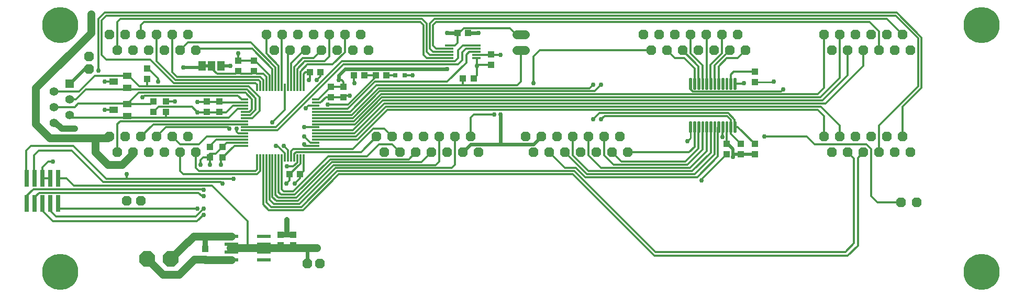
<source format=gbr>
G04 EAGLE Gerber RS-274X export*
G75*
%MOMM*%
%FSLAX34Y34*%
%LPD*%
%INTop Copper*%
%IPPOS*%
%AMOC8*
5,1,8,0,0,1.08239X$1,22.5*%
G01*
%ADD10R,1.524000X0.508000*%
%ADD11C,5.842000*%
%ADD12R,1.398000X1.398000*%
%ADD13C,1.398000*%
%ADD14R,1.400000X0.300000*%
%ADD15R,0.736600X2.794000*%
%ADD16R,1.000000X1.100000*%
%ADD17R,0.800000X0.800000*%
%ADD18R,1.100000X1.000000*%
%ADD19C,0.240000*%
%ADD20R,0.304800X1.193800*%
%ADD21R,1.193800X0.304800*%
%ADD22P,1.732040X8X202.500000*%
%ADD23P,1.732040X8X22.500000*%
%ADD24P,2.749271X8X22.500000*%
%ADD25R,1.400000X1.000000*%
%ADD26C,1.422400*%
%ADD27R,2.200000X0.600000*%
%ADD28R,1.168400X1.600200*%
%ADD29C,0.304800*%
%ADD30C,0.756400*%
%ADD31C,1.016000*%
%ADD32C,0.254000*%
%ADD33C,0.609600*%
%ADD34C,1.270000*%
%ADD35C,0.200000*%
%ADD36C,0.812800*%
%ADD37C,0.508000*%


D10*
X271780Y368300D03*
D11*
X35000Y35000D03*
X1525000Y35000D03*
D12*
X50000Y340000D03*
D13*
X24600Y327300D03*
X50000Y314600D03*
X24600Y301900D03*
X50000Y289200D03*
X24600Y276500D03*
D11*
X35000Y435000D03*
X1525000Y435000D03*
D14*
X663800Y401160D03*
X663800Y396160D03*
X663800Y391160D03*
X663800Y386160D03*
X663800Y381160D03*
X707800Y381160D03*
X707800Y386160D03*
X707800Y391160D03*
X707800Y396160D03*
X707800Y401160D03*
D15*
X31240Y186700D03*
X31240Y146060D03*
X18540Y186700D03*
X18540Y146060D03*
X5840Y186700D03*
X5840Y146060D03*
X-6860Y186700D03*
X-6860Y146060D03*
X-19560Y186700D03*
X-19560Y146060D03*
D16*
X562220Y353060D03*
X545220Y353060D03*
D17*
X591700Y353060D03*
X576700Y353060D03*
D16*
X391160Y77860D03*
X391160Y94860D03*
X411480Y77860D03*
X411480Y94860D03*
X269240Y55000D03*
X269240Y72000D03*
D18*
X677300Y421640D03*
X694300Y421640D03*
D16*
X731520Y386960D03*
X731520Y369960D03*
D19*
X1055190Y278050D02*
X1055190Y261450D01*
X1052790Y261450D01*
X1052790Y278050D01*
X1055190Y278050D01*
X1055190Y263730D02*
X1052790Y263730D01*
X1052790Y266010D02*
X1055190Y266010D01*
X1055190Y268290D02*
X1052790Y268290D01*
X1052790Y270570D02*
X1055190Y270570D01*
X1055190Y272850D02*
X1052790Y272850D01*
X1052790Y275130D02*
X1055190Y275130D01*
X1055190Y277410D02*
X1052790Y277410D01*
X1061690Y278050D02*
X1061690Y261450D01*
X1059290Y261450D01*
X1059290Y278050D01*
X1061690Y278050D01*
X1061690Y263730D02*
X1059290Y263730D01*
X1059290Y266010D02*
X1061690Y266010D01*
X1061690Y268290D02*
X1059290Y268290D01*
X1059290Y270570D02*
X1061690Y270570D01*
X1061690Y272850D02*
X1059290Y272850D01*
X1059290Y275130D02*
X1061690Y275130D01*
X1061690Y277410D02*
X1059290Y277410D01*
X1068190Y278050D02*
X1068190Y261450D01*
X1065790Y261450D01*
X1065790Y278050D01*
X1068190Y278050D01*
X1068190Y263730D02*
X1065790Y263730D01*
X1065790Y266010D02*
X1068190Y266010D01*
X1068190Y268290D02*
X1065790Y268290D01*
X1065790Y270570D02*
X1068190Y270570D01*
X1068190Y272850D02*
X1065790Y272850D01*
X1065790Y275130D02*
X1068190Y275130D01*
X1068190Y277410D02*
X1065790Y277410D01*
X1074690Y278050D02*
X1074690Y261450D01*
X1072290Y261450D01*
X1072290Y278050D01*
X1074690Y278050D01*
X1074690Y263730D02*
X1072290Y263730D01*
X1072290Y266010D02*
X1074690Y266010D01*
X1074690Y268290D02*
X1072290Y268290D01*
X1072290Y270570D02*
X1074690Y270570D01*
X1074690Y272850D02*
X1072290Y272850D01*
X1072290Y275130D02*
X1074690Y275130D01*
X1074690Y277410D02*
X1072290Y277410D01*
X1081190Y278050D02*
X1081190Y261450D01*
X1078790Y261450D01*
X1078790Y278050D01*
X1081190Y278050D01*
X1081190Y263730D02*
X1078790Y263730D01*
X1078790Y266010D02*
X1081190Y266010D01*
X1081190Y268290D02*
X1078790Y268290D01*
X1078790Y270570D02*
X1081190Y270570D01*
X1081190Y272850D02*
X1078790Y272850D01*
X1078790Y275130D02*
X1081190Y275130D01*
X1081190Y277410D02*
X1078790Y277410D01*
X1087690Y278050D02*
X1087690Y261450D01*
X1085290Y261450D01*
X1085290Y278050D01*
X1087690Y278050D01*
X1087690Y263730D02*
X1085290Y263730D01*
X1085290Y266010D02*
X1087690Y266010D01*
X1087690Y268290D02*
X1085290Y268290D01*
X1085290Y270570D02*
X1087690Y270570D01*
X1087690Y272850D02*
X1085290Y272850D01*
X1085290Y275130D02*
X1087690Y275130D01*
X1087690Y277410D02*
X1085290Y277410D01*
X1094190Y278050D02*
X1094190Y261450D01*
X1091790Y261450D01*
X1091790Y278050D01*
X1094190Y278050D01*
X1094190Y263730D02*
X1091790Y263730D01*
X1091790Y266010D02*
X1094190Y266010D01*
X1094190Y268290D02*
X1091790Y268290D01*
X1091790Y270570D02*
X1094190Y270570D01*
X1094190Y272850D02*
X1091790Y272850D01*
X1091790Y275130D02*
X1094190Y275130D01*
X1094190Y277410D02*
X1091790Y277410D01*
X1100690Y278050D02*
X1100690Y261450D01*
X1098290Y261450D01*
X1098290Y278050D01*
X1100690Y278050D01*
X1100690Y263730D02*
X1098290Y263730D01*
X1098290Y266010D02*
X1100690Y266010D01*
X1100690Y268290D02*
X1098290Y268290D01*
X1098290Y270570D02*
X1100690Y270570D01*
X1100690Y272850D02*
X1098290Y272850D01*
X1098290Y275130D02*
X1100690Y275130D01*
X1100690Y277410D02*
X1098290Y277410D01*
X1107190Y278050D02*
X1107190Y261450D01*
X1104790Y261450D01*
X1104790Y278050D01*
X1107190Y278050D01*
X1107190Y263730D02*
X1104790Y263730D01*
X1104790Y266010D02*
X1107190Y266010D01*
X1107190Y268290D02*
X1104790Y268290D01*
X1104790Y270570D02*
X1107190Y270570D01*
X1107190Y272850D02*
X1104790Y272850D01*
X1104790Y275130D02*
X1107190Y275130D01*
X1107190Y277410D02*
X1104790Y277410D01*
X1113690Y278050D02*
X1113690Y261450D01*
X1111290Y261450D01*
X1111290Y278050D01*
X1113690Y278050D01*
X1113690Y263730D02*
X1111290Y263730D01*
X1111290Y266010D02*
X1113690Y266010D01*
X1113690Y268290D02*
X1111290Y268290D01*
X1111290Y270570D02*
X1113690Y270570D01*
X1113690Y272850D02*
X1111290Y272850D01*
X1111290Y275130D02*
X1113690Y275130D01*
X1113690Y277410D02*
X1111290Y277410D01*
X1120190Y278050D02*
X1120190Y261450D01*
X1117790Y261450D01*
X1117790Y278050D01*
X1120190Y278050D01*
X1120190Y263730D02*
X1117790Y263730D01*
X1117790Y266010D02*
X1120190Y266010D01*
X1120190Y268290D02*
X1117790Y268290D01*
X1117790Y270570D02*
X1120190Y270570D01*
X1120190Y272850D02*
X1117790Y272850D01*
X1117790Y275130D02*
X1120190Y275130D01*
X1120190Y277410D02*
X1117790Y277410D01*
X1126690Y278050D02*
X1126690Y261450D01*
X1124290Y261450D01*
X1124290Y278050D01*
X1126690Y278050D01*
X1126690Y263730D02*
X1124290Y263730D01*
X1124290Y266010D02*
X1126690Y266010D01*
X1126690Y268290D02*
X1124290Y268290D01*
X1124290Y270570D02*
X1126690Y270570D01*
X1126690Y272850D02*
X1124290Y272850D01*
X1124290Y275130D02*
X1126690Y275130D01*
X1126690Y277410D02*
X1124290Y277410D01*
X1126690Y331550D02*
X1126690Y348150D01*
X1126690Y331550D02*
X1124290Y331550D01*
X1124290Y348150D01*
X1126690Y348150D01*
X1126690Y333830D02*
X1124290Y333830D01*
X1124290Y336110D02*
X1126690Y336110D01*
X1126690Y338390D02*
X1124290Y338390D01*
X1124290Y340670D02*
X1126690Y340670D01*
X1126690Y342950D02*
X1124290Y342950D01*
X1124290Y345230D02*
X1126690Y345230D01*
X1126690Y347510D02*
X1124290Y347510D01*
X1120190Y348150D02*
X1120190Y331550D01*
X1117790Y331550D01*
X1117790Y348150D01*
X1120190Y348150D01*
X1120190Y333830D02*
X1117790Y333830D01*
X1117790Y336110D02*
X1120190Y336110D01*
X1120190Y338390D02*
X1117790Y338390D01*
X1117790Y340670D02*
X1120190Y340670D01*
X1120190Y342950D02*
X1117790Y342950D01*
X1117790Y345230D02*
X1120190Y345230D01*
X1120190Y347510D02*
X1117790Y347510D01*
X1113690Y348150D02*
X1113690Y331550D01*
X1111290Y331550D01*
X1111290Y348150D01*
X1113690Y348150D01*
X1113690Y333830D02*
X1111290Y333830D01*
X1111290Y336110D02*
X1113690Y336110D01*
X1113690Y338390D02*
X1111290Y338390D01*
X1111290Y340670D02*
X1113690Y340670D01*
X1113690Y342950D02*
X1111290Y342950D01*
X1111290Y345230D02*
X1113690Y345230D01*
X1113690Y347510D02*
X1111290Y347510D01*
X1107190Y348150D02*
X1107190Y331550D01*
X1104790Y331550D01*
X1104790Y348150D01*
X1107190Y348150D01*
X1107190Y333830D02*
X1104790Y333830D01*
X1104790Y336110D02*
X1107190Y336110D01*
X1107190Y338390D02*
X1104790Y338390D01*
X1104790Y340670D02*
X1107190Y340670D01*
X1107190Y342950D02*
X1104790Y342950D01*
X1104790Y345230D02*
X1107190Y345230D01*
X1107190Y347510D02*
X1104790Y347510D01*
X1100690Y348150D02*
X1100690Y331550D01*
X1098290Y331550D01*
X1098290Y348150D01*
X1100690Y348150D01*
X1100690Y333830D02*
X1098290Y333830D01*
X1098290Y336110D02*
X1100690Y336110D01*
X1100690Y338390D02*
X1098290Y338390D01*
X1098290Y340670D02*
X1100690Y340670D01*
X1100690Y342950D02*
X1098290Y342950D01*
X1098290Y345230D02*
X1100690Y345230D01*
X1100690Y347510D02*
X1098290Y347510D01*
X1094190Y348150D02*
X1094190Y331550D01*
X1091790Y331550D01*
X1091790Y348150D01*
X1094190Y348150D01*
X1094190Y333830D02*
X1091790Y333830D01*
X1091790Y336110D02*
X1094190Y336110D01*
X1094190Y338390D02*
X1091790Y338390D01*
X1091790Y340670D02*
X1094190Y340670D01*
X1094190Y342950D02*
X1091790Y342950D01*
X1091790Y345230D02*
X1094190Y345230D01*
X1094190Y347510D02*
X1091790Y347510D01*
X1087690Y348150D02*
X1087690Y331550D01*
X1085290Y331550D01*
X1085290Y348150D01*
X1087690Y348150D01*
X1087690Y333830D02*
X1085290Y333830D01*
X1085290Y336110D02*
X1087690Y336110D01*
X1087690Y338390D02*
X1085290Y338390D01*
X1085290Y340670D02*
X1087690Y340670D01*
X1087690Y342950D02*
X1085290Y342950D01*
X1085290Y345230D02*
X1087690Y345230D01*
X1087690Y347510D02*
X1085290Y347510D01*
X1081190Y348150D02*
X1081190Y331550D01*
X1078790Y331550D01*
X1078790Y348150D01*
X1081190Y348150D01*
X1081190Y333830D02*
X1078790Y333830D01*
X1078790Y336110D02*
X1081190Y336110D01*
X1081190Y338390D02*
X1078790Y338390D01*
X1078790Y340670D02*
X1081190Y340670D01*
X1081190Y342950D02*
X1078790Y342950D01*
X1078790Y345230D02*
X1081190Y345230D01*
X1081190Y347510D02*
X1078790Y347510D01*
X1074690Y348150D02*
X1074690Y331550D01*
X1072290Y331550D01*
X1072290Y348150D01*
X1074690Y348150D01*
X1074690Y333830D02*
X1072290Y333830D01*
X1072290Y336110D02*
X1074690Y336110D01*
X1074690Y338390D02*
X1072290Y338390D01*
X1072290Y340670D02*
X1074690Y340670D01*
X1074690Y342950D02*
X1072290Y342950D01*
X1072290Y345230D02*
X1074690Y345230D01*
X1074690Y347510D02*
X1072290Y347510D01*
X1068190Y348150D02*
X1068190Y331550D01*
X1065790Y331550D01*
X1065790Y348150D01*
X1068190Y348150D01*
X1068190Y333830D02*
X1065790Y333830D01*
X1065790Y336110D02*
X1068190Y336110D01*
X1068190Y338390D02*
X1065790Y338390D01*
X1065790Y340670D02*
X1068190Y340670D01*
X1068190Y342950D02*
X1065790Y342950D01*
X1065790Y345230D02*
X1068190Y345230D01*
X1068190Y347510D02*
X1065790Y347510D01*
X1061690Y348150D02*
X1061690Y331550D01*
X1059290Y331550D01*
X1059290Y348150D01*
X1061690Y348150D01*
X1061690Y333830D02*
X1059290Y333830D01*
X1059290Y336110D02*
X1061690Y336110D01*
X1061690Y338390D02*
X1059290Y338390D01*
X1059290Y340670D02*
X1061690Y340670D01*
X1061690Y342950D02*
X1059290Y342950D01*
X1059290Y345230D02*
X1061690Y345230D01*
X1061690Y347510D02*
X1059290Y347510D01*
X1055190Y348150D02*
X1055190Y331550D01*
X1052790Y331550D01*
X1052790Y348150D01*
X1055190Y348150D01*
X1055190Y333830D02*
X1052790Y333830D01*
X1052790Y336110D02*
X1055190Y336110D01*
X1055190Y338390D02*
X1052790Y338390D01*
X1052790Y340670D02*
X1055190Y340670D01*
X1055190Y342950D02*
X1052790Y342950D01*
X1052790Y345230D02*
X1055190Y345230D01*
X1055190Y347510D02*
X1052790Y347510D01*
D20*
X427990Y334140D03*
X422990Y334140D03*
X417990Y334140D03*
X412990Y334140D03*
X407990Y334140D03*
X402990Y334140D03*
X397990Y334140D03*
X392990Y334140D03*
X387990Y334140D03*
X382990Y334140D03*
X377990Y334140D03*
X372990Y334140D03*
X367990Y334140D03*
X362990Y334140D03*
X357990Y334140D03*
X352990Y334140D03*
D21*
X332990Y314140D03*
X332990Y309140D03*
X332990Y304140D03*
X332990Y299140D03*
X332990Y294140D03*
X332990Y289140D03*
X332990Y284140D03*
X332990Y279140D03*
X332990Y274140D03*
X332990Y269140D03*
X332990Y264140D03*
X332990Y259140D03*
X332990Y254140D03*
X332990Y249140D03*
X332990Y244140D03*
X332990Y239140D03*
D20*
X352990Y219140D03*
X357990Y219140D03*
X362990Y219140D03*
X367990Y219140D03*
X372990Y219140D03*
X377990Y219140D03*
X382990Y219140D03*
X387990Y219140D03*
X392990Y219140D03*
X397990Y219140D03*
X402990Y219140D03*
X407990Y219140D03*
X412990Y219140D03*
X417990Y219140D03*
X422990Y219140D03*
X427990Y219140D03*
D21*
X447990Y239140D03*
X447990Y244140D03*
X447990Y249140D03*
X447990Y254140D03*
X447990Y259140D03*
X447990Y264140D03*
X447990Y269140D03*
X447990Y274140D03*
X447990Y279140D03*
X447990Y284140D03*
X447990Y289140D03*
X447990Y294140D03*
X447990Y299140D03*
X447990Y304140D03*
X447990Y309140D03*
X447990Y314140D03*
D16*
X1112520Y242180D03*
X1112520Y225180D03*
D18*
X1158240Y359020D03*
X1158240Y342020D03*
X1158240Y242180D03*
X1158240Y225180D03*
X1135380Y242180D03*
X1135380Y225180D03*
D22*
X254000Y228600D03*
X241300Y254000D03*
X228600Y228600D03*
X215900Y254000D03*
X203200Y228600D03*
X190500Y254000D03*
X177800Y228600D03*
X165100Y254000D03*
X152400Y228600D03*
X139700Y254000D03*
X127000Y228600D03*
X114300Y254000D03*
X254000Y393700D03*
X241300Y419100D03*
X228600Y393700D03*
X215900Y419100D03*
X203200Y393700D03*
X190500Y419100D03*
X177800Y393700D03*
X165100Y419100D03*
X152400Y393700D03*
X139700Y419100D03*
X127000Y393700D03*
X114300Y419100D03*
D23*
X1270000Y254000D03*
X1282700Y228600D03*
X1295400Y254000D03*
X1308100Y228600D03*
X1320800Y254000D03*
X1333500Y228600D03*
X1346200Y254000D03*
X1358900Y228600D03*
X1371600Y254000D03*
X1384300Y228600D03*
X1397000Y254000D03*
X1409700Y228600D03*
X1270000Y419100D03*
X1282700Y393700D03*
X1295400Y419100D03*
X1308100Y393700D03*
X1320800Y419100D03*
X1333500Y393700D03*
X1346200Y419100D03*
X1358900Y393700D03*
X1371600Y419100D03*
X1384300Y393700D03*
X1397000Y419100D03*
X1409700Y393700D03*
X546100Y254000D03*
X558800Y228600D03*
X571500Y254000D03*
X584200Y228600D03*
X596900Y254000D03*
X609600Y228600D03*
X622300Y254000D03*
X635000Y228600D03*
X647700Y254000D03*
X660400Y228600D03*
X673100Y254000D03*
X685800Y228600D03*
X698500Y254000D03*
X711200Y228600D03*
X368300Y419100D03*
X381000Y393700D03*
X393700Y419100D03*
X406400Y393700D03*
X419100Y419100D03*
X431800Y393700D03*
X444500Y419100D03*
X457200Y393700D03*
X469900Y419100D03*
X482600Y393700D03*
X495300Y419100D03*
X508000Y393700D03*
X520700Y419100D03*
X533400Y393700D03*
D22*
X952500Y228600D03*
X939800Y254000D03*
X927100Y228600D03*
X914400Y254000D03*
X901700Y228600D03*
X889000Y254000D03*
X876300Y228600D03*
X863600Y254000D03*
X850900Y228600D03*
X838200Y254000D03*
X825500Y228600D03*
X812800Y254000D03*
X800100Y228600D03*
X787400Y254000D03*
X1143000Y393700D03*
X1130300Y419100D03*
X1117600Y393700D03*
X1104900Y419100D03*
X1092200Y393700D03*
X1079500Y419100D03*
X1066800Y393700D03*
X1054100Y419100D03*
X1041400Y393700D03*
X1028700Y419100D03*
X1016000Y393700D03*
X1003300Y419100D03*
X990600Y393700D03*
X977900Y419100D03*
D16*
X276860Y237100D03*
X276860Y220100D03*
X297180Y220100D03*
X297180Y237100D03*
X292100Y293760D03*
X292100Y310760D03*
D18*
X422520Y193040D03*
X405520Y193040D03*
D16*
X472440Y334890D03*
X472440Y317890D03*
D18*
X438540Y358140D03*
X455540Y358140D03*
D16*
X322580Y359800D03*
X322580Y376800D03*
X271780Y293760D03*
X271780Y310760D03*
X492760Y334890D03*
X492760Y317890D03*
X347980Y359800D03*
X347980Y376800D03*
X703190Y347980D03*
X686190Y347980D03*
D24*
X175260Y55880D03*
X213360Y55880D03*
D23*
X165100Y149860D03*
X142240Y149860D03*
X1394460Y147320D03*
X1419860Y147320D03*
D25*
X143080Y333400D03*
X143080Y352400D03*
X121080Y342900D03*
X143080Y287680D03*
X143080Y306680D03*
X121080Y297180D03*
D26*
X772668Y419100D02*
X786892Y419100D01*
X786892Y393700D02*
X772668Y393700D01*
D16*
X509660Y353060D03*
X526660Y353060D03*
D27*
X311820Y80010D03*
X363820Y80010D03*
X311820Y92710D03*
X311820Y67310D03*
X311820Y54610D03*
X363820Y92710D03*
X363820Y67310D03*
X363820Y54610D03*
D18*
X205740Y293760D03*
X205740Y310760D03*
X185420Y310760D03*
X185420Y293760D03*
X175260Y347100D03*
X175260Y364100D03*
D28*
X264160Y368300D03*
X279400Y368300D03*
X294640Y368300D03*
D23*
X434340Y48260D03*
X454660Y48260D03*
X81280Y363220D03*
X81280Y383540D03*
D29*
X18540Y186700D02*
X5840Y186700D01*
X5840Y203960D01*
X15240Y213360D02*
X22860Y213360D01*
X15240Y213360D02*
X5840Y203960D01*
D30*
X22860Y213360D03*
D31*
X24600Y276500D02*
X27140Y276500D01*
X36940Y266700D01*
X38100Y266700D01*
D30*
X36940Y266700D03*
D31*
X48260Y266700D01*
D30*
X48260Y266700D03*
D31*
X58420Y266700D01*
D30*
X58420Y266700D03*
D32*
X1053990Y269750D02*
X1053990Y251350D01*
X1049020Y246380D01*
D30*
X1049020Y246380D03*
D29*
X708660Y380300D02*
X707800Y381160D01*
X708660Y380300D02*
X708660Y368300D01*
D30*
X708660Y368300D03*
D29*
X710320Y369960D02*
X731520Y369960D01*
X710320Y369960D02*
X708660Y368300D01*
X1071880Y184540D02*
X1112520Y225180D01*
X1071880Y184540D02*
X1071880Y182880D01*
D30*
X1071880Y182880D03*
D29*
X372990Y334140D02*
X372990Y353450D01*
X349640Y376800D02*
X347980Y376800D01*
X349640Y376800D02*
X372990Y353450D01*
X347980Y376800D02*
X322580Y376800D01*
X322580Y388620D01*
D30*
X322580Y388620D03*
D29*
X332990Y244140D02*
X332690Y243840D01*
X276860Y220100D02*
X276860Y208280D01*
D30*
X276860Y208280D03*
D29*
X405520Y193040D02*
X422990Y210510D01*
X422990Y219140D01*
X405520Y193040D02*
X405520Y183270D01*
X400050Y177800D01*
D30*
X400050Y177800D03*
D29*
X455540Y351400D02*
X455540Y358140D01*
X455540Y351400D02*
X449580Y345440D01*
D30*
X449580Y345440D03*
D29*
X494910Y320040D02*
X503066Y320040D01*
X494910Y320040D02*
X492760Y317890D01*
D30*
X503066Y320040D03*
D29*
X332990Y309140D02*
X293720Y309140D01*
X292100Y310760D01*
X291220Y309880D01*
X270900Y309880D01*
D30*
X256540Y309880D03*
D29*
X270900Y309880D01*
X591700Y353060D02*
X604520Y353060D01*
D30*
X604520Y353060D03*
D33*
X694300Y421640D02*
X711200Y421640D01*
D30*
X711200Y421640D03*
D29*
X708660Y353450D02*
X703190Y347980D01*
X708660Y353450D02*
X708660Y368300D01*
D34*
X231140Y73660D02*
X213360Y55880D01*
X231140Y73660D02*
X250190Y92710D01*
D35*
X231140Y73660D02*
X231927Y72873D01*
D29*
X411480Y94860D02*
X411480Y97790D01*
X297180Y237100D02*
X303920Y243840D01*
X332690Y243840D01*
X276860Y220100D02*
X274320Y220100D01*
X265820Y220100D01*
X261620Y215900D01*
X261620Y208280D01*
D30*
X261620Y208280D03*
D29*
X286140Y226060D02*
X297180Y237100D01*
X286140Y226060D02*
X276860Y226060D01*
X274320Y223520D01*
X274320Y220100D01*
X270900Y309880D02*
X271780Y310760D01*
X1125490Y339850D02*
X1139950Y339850D01*
X1140460Y340360D01*
D30*
X1140460Y340360D03*
D29*
X121080Y342900D02*
X106680Y342900D01*
D30*
X106680Y342900D03*
D29*
X106680Y297180D02*
X121080Y297180D01*
D30*
X106680Y297180D03*
D29*
X464446Y317890D02*
X472440Y317890D01*
X492760Y317890D01*
X455696Y309140D02*
X447990Y309140D01*
X455696Y309140D02*
X464446Y317890D01*
X509660Y341240D02*
X509660Y353060D01*
X509660Y341240D02*
X510540Y340360D01*
D30*
X510540Y340360D03*
D34*
X269240Y92710D02*
X250190Y92710D01*
X269240Y92710D02*
X311820Y92710D01*
D36*
X391160Y94860D02*
X401320Y94860D01*
X411480Y94860D01*
X401320Y94860D02*
X401320Y109220D01*
D30*
X401320Y109220D03*
X401320Y119380D03*
D36*
X401320Y109220D01*
X269240Y92710D02*
X269240Y72000D01*
D29*
X219320Y310760D02*
X205740Y310760D01*
X219320Y310760D02*
X219710Y311150D01*
D30*
X219710Y311150D03*
D29*
X429360Y269140D02*
X447990Y269140D01*
X429360Y269140D02*
X429260Y269240D01*
D30*
X429260Y269240D03*
X266450Y127250D03*
D29*
X5840Y135380D02*
X5840Y146060D01*
X5840Y135380D02*
X5080Y134620D01*
X22860Y116840D01*
X256039Y116840D01*
X266450Y127250D01*
X439120Y244140D02*
X447990Y244140D01*
X439120Y244140D02*
X429260Y254000D01*
D30*
X429260Y254000D03*
X266700Y157480D03*
D29*
X264160Y157480D01*
X258562Y163078D01*
X-6860Y155700D02*
X-6860Y146060D01*
X518Y163078D02*
X258562Y163078D01*
X518Y163078D02*
X-6860Y155700D01*
X397990Y297660D02*
X397990Y334140D01*
X397990Y297660D02*
X377190Y276860D01*
D30*
X377190Y276860D03*
X266700Y167640D03*
D29*
X265430Y168910D01*
X-8890Y168910D01*
X-20320Y157480D01*
X-20320Y154940D01*
X-19560Y154180D02*
X-19560Y146060D01*
X-19560Y154180D02*
X-20320Y154940D01*
X1112490Y242210D02*
X1112490Y269750D01*
X1112490Y242210D02*
X1112520Y242180D01*
D37*
X1135380Y225180D02*
X1158240Y225180D01*
X1114180Y242180D02*
X1112520Y242180D01*
D29*
X44440Y186700D02*
X31240Y186700D01*
X56670Y174470D02*
X280190Y174470D01*
X56670Y174470D02*
X44440Y186700D01*
D30*
X1188720Y342900D03*
D37*
X1114180Y242180D02*
X1122680Y233680D01*
X1122680Y226060D02*
X1122680Y220980D01*
X1122680Y226060D02*
X1122680Y233680D01*
X1122680Y220980D02*
X1122826Y220980D01*
D30*
X1122826Y220980D03*
D37*
X1123560Y225180D02*
X1135380Y225180D01*
X1123560Y225180D02*
X1122680Y226060D01*
D32*
X1158240Y342020D02*
X1187840Y342020D01*
X1188720Y342900D01*
D29*
X427990Y198510D02*
X422520Y193040D01*
X427990Y198510D02*
X427990Y219140D01*
X451690Y314140D02*
X472440Y334890D01*
X451690Y314140D02*
X447990Y314140D01*
X472440Y334890D02*
X492760Y334890D01*
X427990Y334140D02*
X427990Y355210D01*
X430920Y358140D02*
X438540Y358140D01*
X430920Y358140D02*
X427990Y355210D01*
X438540Y358140D02*
X438540Y347100D01*
X436880Y345440D01*
D30*
X436880Y345440D03*
X485140Y345440D03*
D29*
X422520Y193040D02*
X422520Y186102D01*
X414218Y177800D01*
D30*
X414218Y177800D03*
D29*
X297180Y220100D02*
X294640Y217560D01*
X294640Y208280D01*
D30*
X294640Y208280D03*
D29*
X313910Y304140D02*
X332990Y304140D01*
D30*
X256540Y293370D03*
X660400Y421640D03*
X660400Y363220D03*
D33*
X495300Y363220D01*
X485140Y353060D01*
X485140Y345440D01*
D29*
X489830Y345440D01*
X492760Y342510D01*
X492760Y334890D01*
X663800Y401160D02*
X672940Y401160D01*
X677300Y405520D01*
X337820Y116840D02*
X280190Y174470D01*
D30*
X449580Y73660D03*
X436880Y73660D03*
X424180Y73660D03*
D29*
X424180Y72780D01*
X421640Y72780D01*
X291710Y293370D02*
X292100Y293760D01*
X303140Y293370D02*
X313910Y304140D01*
X303140Y293370D02*
X291710Y293370D01*
X271780Y293370D02*
X256540Y293370D01*
X271780Y293370D02*
X291710Y293370D01*
X316220Y239140D02*
X297180Y220100D01*
X271780Y293370D02*
X271780Y293760D01*
X316220Y239140D02*
X332990Y239140D01*
D33*
X660400Y421640D02*
X677300Y421640D01*
D29*
X677300Y405520D01*
X677300Y421640D02*
X679490Y421640D01*
X687538Y429688D01*
X772160Y419100D02*
X779780Y419100D01*
X772160Y419100D02*
X761572Y429688D01*
X687538Y429688D01*
D34*
X424180Y73660D02*
X411480Y73660D01*
X391160Y73660D01*
X363220Y73660D01*
X337820Y73660D02*
X309880Y73660D01*
X337820Y73660D02*
X363220Y73660D01*
X424180Y73660D02*
X436880Y73660D01*
X449580Y73660D01*
D29*
X363820Y74260D02*
X363820Y80010D01*
X363820Y74260D02*
X363220Y73660D01*
X363220Y67910D02*
X363820Y67310D01*
X363220Y67910D02*
X363220Y73660D01*
X311820Y75600D02*
X311820Y80010D01*
X311820Y75600D02*
X309880Y73660D01*
X309880Y69250D02*
X311820Y67310D01*
X309880Y69250D02*
X309880Y73660D01*
X411480Y73660D02*
X411480Y77860D01*
X391160Y77860D02*
X391160Y73660D01*
X337820Y73660D02*
X337820Y116840D01*
X185420Y293760D02*
X193920Y302260D01*
X247650Y302260D02*
X256540Y293370D01*
X247650Y302260D02*
X193920Y302260D01*
D30*
X193040Y342900D03*
D29*
X193040Y347980D01*
X176920Y364100D01*
X175260Y364100D01*
D37*
X294640Y368300D02*
X309880Y368300D01*
D30*
X309880Y368300D03*
D33*
X434340Y71120D02*
X434340Y48260D01*
X434340Y71120D02*
X436880Y73660D01*
D29*
X545220Y351026D02*
X545220Y353060D01*
X545220Y351026D02*
X500164Y305970D01*
D30*
X467360Y305970D03*
D29*
X500164Y305970D01*
D30*
X320040Y266700D03*
D29*
X322520Y259140D02*
X332990Y259140D01*
X322520Y259140D02*
X320040Y261620D01*
X320040Y266700D01*
X526660Y353060D02*
X545220Y353060D01*
X345100Y284140D02*
X332990Y284140D01*
X345100Y284140D02*
X356870Y295910D01*
X356870Y317500D01*
X339090Y335280D01*
X65240Y327300D02*
X24600Y327300D01*
X90340Y352400D02*
X143080Y352400D01*
X90340Y352400D02*
X65240Y327300D01*
X143080Y352400D02*
X145440Y352400D01*
X162560Y335280D01*
X175260Y335280D01*
X339090Y335280D01*
X175260Y335280D02*
X175260Y347100D01*
X350520Y316230D02*
X350520Y297327D01*
X350520Y316230D02*
X336550Y330200D01*
X75760Y330200D02*
X60160Y314600D01*
X50000Y314600D01*
X332990Y289140D02*
X342334Y289140D01*
X350520Y297327D01*
X142240Y330200D02*
X75760Y330200D01*
X142240Y330200D02*
X143080Y331040D01*
X143080Y333400D01*
X142240Y330200D02*
X336550Y330200D01*
X332990Y294140D02*
X340868Y294140D01*
X344674Y297946D02*
X344674Y314456D01*
X334010Y325120D01*
X58060Y301900D02*
X24600Y301900D01*
X340868Y294140D02*
X344674Y297946D01*
X63500Y307340D02*
X58060Y301900D01*
X63500Y307340D02*
X142420Y307340D01*
X143080Y306680D01*
X161520Y325120D02*
X334010Y325120D01*
X161520Y325120D02*
X143080Y306680D01*
X181340Y306680D02*
X185420Y310760D01*
X181340Y306680D02*
X143080Y306680D01*
X322000Y299140D02*
X332990Y299140D01*
X322000Y299140D02*
X307340Y284480D01*
X205740Y284480D01*
X144780Y284480D01*
X54720Y284480D01*
X50000Y289200D01*
X143080Y287680D02*
X144780Y285980D01*
X144780Y284480D01*
X205740Y284480D02*
X205740Y293760D01*
X562220Y353060D02*
X576700Y353060D01*
D34*
X200660Y30480D02*
X175260Y55880D01*
X226940Y30480D02*
X251460Y55000D01*
X269240Y55000D01*
X226940Y30480D02*
X200660Y30480D01*
X269630Y54610D02*
X311820Y54610D01*
X269630Y54610D02*
X269240Y55000D01*
D33*
X50000Y340000D02*
X73220Y363220D01*
X81280Y363220D01*
D29*
X165100Y419100D02*
X165100Y434340D01*
X170180Y439420D01*
X617220Y439420D01*
X622300Y434340D01*
X622300Y386080D02*
X627380Y381000D01*
X663640Y381000D01*
X663800Y381160D01*
X622300Y386080D02*
X622300Y434340D01*
X127000Y439420D02*
X127000Y393700D01*
X127000Y439420D02*
X132080Y444500D01*
X619760Y444500D01*
X627380Y436880D01*
X627380Y391160D02*
X632460Y386080D01*
X663720Y386080D01*
X663800Y386160D01*
X627380Y391160D02*
X627380Y436880D01*
X1358900Y424180D02*
X1358900Y393700D01*
X1358900Y424180D02*
X1343660Y439420D01*
X642620Y439420D02*
X637540Y434340D01*
X637540Y401320D01*
X642700Y396160D02*
X663800Y396160D01*
X642620Y439420D02*
X1343660Y439420D01*
X642700Y396160D02*
X637540Y401320D01*
X1371600Y444500D02*
X1397000Y419100D01*
X640080Y444500D02*
X632460Y436880D01*
X632460Y396240D01*
X637540Y391160D01*
X663800Y391160D01*
X640080Y444500D02*
X1371600Y444500D01*
X383440Y269140D02*
X332990Y269140D01*
X490220Y375920D02*
X673100Y375920D01*
X678180Y381000D01*
X678180Y393700D01*
X685640Y401160D01*
X707800Y401160D01*
X490220Y375920D02*
X383440Y269140D01*
X386060Y264140D02*
X332990Y264140D01*
X492760Y370840D02*
X678180Y370840D01*
X684784Y377444D01*
X684784Y390144D02*
X690880Y396240D01*
X707720Y396240D01*
D32*
X707800Y396160D01*
D29*
X684784Y390144D02*
X684784Y377444D01*
X492760Y370840D02*
X386060Y264140D01*
X447990Y299140D02*
X499800Y299140D01*
X543560Y342900D01*
X660400Y342900D01*
X691388Y373888D01*
X691388Y386588D02*
X695960Y391160D01*
X707800Y391160D01*
X691388Y386588D02*
X691388Y373888D01*
D34*
X84428Y422248D02*
X84428Y452728D01*
D30*
X84428Y452728D03*
D34*
X84428Y422248D02*
X-5080Y332740D01*
X-5080Y274320D01*
X17780Y251460D01*
X91440Y251460D01*
X111760Y251460D01*
X114300Y254000D01*
X91440Y251460D02*
X91440Y228600D01*
X111760Y208280D01*
X134620Y208280D01*
X152400Y226060D01*
X152400Y228600D01*
D33*
X800100Y241300D02*
X812800Y254000D01*
X698500Y241300D02*
X685800Y228600D01*
X746760Y241300D02*
X800100Y241300D01*
X746760Y241300D02*
X698500Y241300D01*
X746760Y241300D02*
X746760Y289560D01*
D30*
X746760Y289560D03*
D29*
X731520Y386160D02*
X707800Y386160D01*
X731520Y386160D02*
X746680Y386160D01*
X746760Y386080D01*
D30*
X746760Y386080D03*
X233680Y365760D03*
D29*
X731520Y386160D02*
X731520Y386960D01*
D37*
X261620Y365760D02*
X233680Y365760D01*
D29*
X261620Y365760D02*
X264160Y368300D01*
X362990Y345670D02*
X362990Y334140D01*
X362990Y345670D02*
X358140Y350520D01*
X223520Y350520D01*
X215900Y358140D01*
X215900Y419100D01*
X1427480Y414628D02*
X1427480Y332740D01*
X1427480Y414628D02*
X1387448Y454660D01*
X1397000Y302260D02*
X1397000Y254000D01*
X1397000Y302260D02*
X1427480Y332740D01*
X106680Y454660D02*
X96520Y444500D01*
X96520Y360680D01*
D30*
X96520Y360680D03*
X167640Y317500D03*
D29*
X106680Y454660D02*
X1387448Y454660D01*
X332990Y314140D02*
X328480Y314140D01*
X322072Y320548D01*
X170688Y320548D01*
X167640Y317500D01*
X256540Y396240D02*
X345440Y396240D01*
X256540Y396240D02*
X254000Y393700D01*
X377990Y363690D02*
X377990Y334140D01*
X377990Y363690D02*
X345440Y396240D01*
X241300Y406400D02*
X228600Y393700D01*
X241300Y406400D02*
X342900Y406400D01*
X382990Y366310D01*
X382990Y334140D01*
X332990Y274140D02*
X185240Y274140D01*
X165100Y254000D01*
X131820Y279140D02*
X332990Y279140D01*
X131820Y279140D02*
X127000Y274320D01*
X127000Y228600D01*
X1358900Y228600D02*
X1358900Y271780D01*
X1422400Y335280D01*
X1422400Y413104D02*
X1385924Y449580D01*
X1422400Y413104D02*
X1422400Y335280D01*
X109220Y449580D02*
X101600Y441960D01*
X101600Y386080D01*
X109220Y449580D02*
X1385924Y449580D01*
X352990Y337890D02*
X350520Y340360D01*
X352990Y337890D02*
X352990Y334140D01*
X218440Y340360D02*
X180340Y378460D01*
X109220Y378460D02*
X101600Y386080D01*
X218440Y340360D02*
X350520Y340360D01*
X180340Y378460D02*
X109220Y378460D01*
X1270000Y419100D02*
X1270000Y332740D01*
X1259840Y322580D01*
X510048Y279140D02*
X447990Y279140D01*
X553488Y322580D02*
X1259840Y322580D01*
X553488Y322580D02*
X510048Y279140D01*
X1295019Y418719D02*
X1295400Y419100D01*
X1295019Y418719D02*
X1295019Y348753D01*
X1263766Y317500D01*
X554874Y317500D01*
X511514Y274140D02*
X447990Y274140D01*
X511514Y274140D02*
X554874Y317500D01*
X1308100Y393700D02*
X1308481Y393319D01*
X1308481Y353209D01*
X1267692Y312420D01*
X507980Y264140D02*
X447990Y264140D01*
X556260Y312420D02*
X1267692Y312420D01*
X556260Y312420D02*
X507980Y264140D01*
X521208Y229108D02*
X546100Y254000D01*
X416155Y229108D02*
X412990Y225944D01*
X416155Y229108D02*
X521208Y229108D01*
X412990Y225944D02*
X412990Y219140D01*
X558800Y266700D02*
X571500Y254000D01*
X558800Y266700D02*
X541020Y266700D01*
X508000Y233680D01*
X411480Y233680D01*
X407990Y230190D02*
X407990Y219140D01*
X407990Y230190D02*
X411480Y233680D01*
X571500Y241300D02*
X584200Y228600D01*
X392990Y219140D02*
X392990Y168350D01*
X396240Y165100D01*
X411480Y165100D01*
X468122Y221742D02*
X530860Y221742D01*
X468122Y221742D02*
X411480Y165100D01*
X530860Y221742D02*
X550418Y241300D01*
X571500Y241300D01*
X598170Y217170D02*
X609600Y228600D01*
X598170Y217170D02*
X471170Y217170D01*
X414020Y160020D01*
X391806Y160020D01*
X387990Y163836D02*
X387990Y219140D01*
X387990Y163836D02*
X391806Y160020D01*
X618998Y212598D02*
X635000Y228600D01*
X474218Y212598D02*
X416710Y155090D01*
X474218Y212598D02*
X618998Y212598D01*
X416710Y155090D02*
X387730Y155090D01*
X382990Y159830D02*
X382990Y219140D01*
X382990Y159830D02*
X387730Y155090D01*
X698500Y254000D02*
X698500Y284480D01*
D30*
X736600Y289560D03*
D29*
X703580Y289560D01*
X698500Y284480D01*
X387990Y334140D02*
X387990Y368930D01*
X368300Y388620D01*
X368300Y419100D01*
X392990Y418390D02*
X392990Y334140D01*
X392990Y418390D02*
X393700Y419100D01*
X430414Y375920D02*
X462280Y375920D01*
X469900Y383540D01*
X469900Y419100D01*
X417990Y363496D02*
X417990Y334140D01*
X417990Y363496D02*
X430414Y375920D01*
X422990Y359490D02*
X422990Y334140D01*
X422990Y359490D02*
X434340Y370840D01*
X475366Y370840D02*
X495300Y390774D01*
X495300Y419100D01*
X475366Y370840D02*
X434340Y370840D01*
X402990Y390290D02*
X402990Y334140D01*
X402990Y390290D02*
X406400Y393700D01*
X407990Y372430D02*
X407990Y334140D01*
X429260Y393700D02*
X431800Y393700D01*
X429260Y393700D02*
X407990Y372430D01*
X412990Y367270D02*
X412990Y334140D01*
X412990Y367270D02*
X417830Y372110D01*
X426720Y381000D01*
X444500Y381000D01*
X457200Y393700D01*
X1099490Y367970D02*
X1099490Y339850D01*
X1099490Y367970D02*
X1112520Y381000D01*
X1130300Y381000D02*
X1143000Y393700D01*
X1130300Y381000D02*
X1112520Y381000D01*
X1092990Y369090D02*
X1092990Y339850D01*
X1092990Y369090D02*
X1117600Y393700D01*
X1086490Y370210D02*
X1086490Y339850D01*
X1086490Y370210D02*
X1104900Y388620D01*
X1104900Y419100D01*
X1079990Y418610D02*
X1079990Y339850D01*
X1079990Y418610D02*
X1079500Y419100D01*
X1073490Y369230D02*
X1073490Y339850D01*
X1073490Y369230D02*
X1054100Y388620D01*
X1054100Y419100D01*
X1066990Y368110D02*
X1066990Y339850D01*
X1066990Y368110D02*
X1041400Y393700D01*
X1060490Y364450D02*
X1060490Y339850D01*
X1060490Y364450D02*
X1043940Y381000D01*
X1028700Y381000D02*
X1016000Y393700D01*
X1028700Y381000D02*
X1043940Y381000D01*
X1333500Y393700D02*
X1333500Y368300D01*
X1272540Y307340D01*
X510600Y259140D02*
X447990Y259140D01*
X510600Y259140D02*
X558800Y307340D01*
X1272540Y307340D01*
X357990Y334140D02*
X357990Y343050D01*
X355600Y345440D01*
X220980Y345440D01*
X190500Y375920D01*
X190500Y419100D01*
X447990Y294140D02*
X503436Y294140D01*
X546100Y336804D01*
X686190Y336804D02*
X686190Y347980D01*
X686190Y336804D02*
X546100Y336804D01*
X773684Y336804D02*
X779780Y342900D01*
X779780Y393700D01*
X773684Y336804D02*
X686190Y336804D01*
X447990Y239140D02*
X429260Y239140D01*
X429260Y241300D01*
D30*
X429260Y241300D03*
X266700Y137160D03*
D29*
X254000Y124460D01*
X27940Y124460D01*
X17780Y134620D01*
X18540Y141480D02*
X18540Y146060D01*
X18540Y141480D02*
X20320Y139700D01*
X20320Y144280D01*
X18540Y146060D01*
X18540Y135380D01*
X17780Y134620D01*
X31240Y137170D02*
X256540Y137170D01*
X31240Y137170D02*
X31240Y146060D01*
D30*
X401320Y205740D03*
D29*
X411394Y205740D01*
D30*
X256540Y137170D03*
D29*
X417990Y212337D02*
X417990Y219140D01*
X417990Y212337D02*
X411394Y205740D01*
X1125490Y269750D02*
X1125490Y281670D01*
X1115060Y292100D01*
X1125490Y269750D02*
X1130670Y269750D01*
X1158240Y242180D01*
X506194Y289140D02*
X447990Y289140D01*
X506194Y289140D02*
X549286Y332232D01*
X891032Y332232D02*
X896620Y337820D01*
D30*
X896620Y337820D03*
X896620Y281940D03*
D29*
X906780Y292100D01*
X891032Y332232D02*
X549286Y332232D01*
X906780Y292100D02*
X1115060Y292100D01*
X1118990Y269750D02*
X1118990Y258570D01*
X1135380Y242180D01*
X507660Y284140D02*
X447990Y284140D01*
X507660Y284140D02*
X551180Y327660D01*
X899160Y327660D02*
X909320Y337820D01*
D30*
X909320Y337820D03*
X909320Y281940D03*
D29*
X914908Y287528D01*
X899160Y327660D02*
X551180Y327660D01*
X1118990Y281704D02*
X1118990Y269750D01*
X1118990Y281704D02*
X1113166Y287528D01*
X914908Y287528D01*
X1118990Y339850D02*
X1118990Y354450D01*
X1123560Y359020D02*
X1158240Y359020D01*
X1123560Y359020D02*
X1118990Y354450D01*
X205740Y269240D02*
X190500Y254000D01*
X205740Y269240D02*
X306070Y269240D01*
X308550Y266760D01*
D30*
X308550Y266760D03*
X431800Y299720D03*
D29*
X436220Y304140D01*
X447990Y304140D01*
X332990Y254140D02*
X271780Y254140D01*
X258940Y241300D01*
X228600Y241300D01*
X215900Y254000D01*
X254000Y228600D02*
X254000Y203200D01*
X259080Y198120D01*
X350520Y198120D02*
X353060Y200660D01*
X353060Y219070D01*
X352990Y219140D01*
X350520Y198120D02*
X259080Y198120D01*
X357990Y197970D02*
X357990Y219140D01*
X357990Y197970D02*
X353060Y193040D01*
X233680Y193040D01*
X228600Y198120D01*
X228600Y228600D01*
X1270000Y254000D02*
X1270000Y287020D01*
X1259840Y297180D01*
X563880Y297180D01*
X515840Y249140D02*
X447990Y249140D01*
X515840Y249140D02*
X563880Y297180D01*
X1295400Y271780D02*
X1295400Y254000D01*
X1295400Y271780D02*
X1264920Y302260D01*
X513220Y254140D02*
X447990Y254140D01*
X513220Y254140D02*
X561340Y302260D01*
X1264920Y302260D01*
X1318260Y81280D02*
X1304290Y67310D01*
X996950Y67310D01*
X866140Y198120D01*
X482600Y198120D01*
X424688Y140208D01*
X375595Y140208D01*
X367990Y147813D02*
X367990Y219140D01*
X367990Y147813D02*
X375595Y140208D01*
X1318260Y81280D02*
X1318260Y218440D01*
X1308100Y228600D01*
X1324610Y77470D02*
X1308100Y60960D01*
X995680Y60960D01*
X863600Y193040D01*
X485140Y193040D01*
X427228Y135128D02*
X371669Y135128D01*
X427228Y135128D02*
X485140Y193040D01*
X362990Y219140D02*
X362990Y143807D01*
X371669Y135128D01*
X1324610Y77470D02*
X1324610Y219710D01*
X1333500Y228600D01*
X1093208Y269532D02*
X1092990Y269750D01*
X1093208Y269532D02*
X1093208Y225451D01*
X1060797Y193040D01*
X886460Y193040D01*
X850900Y228600D01*
X647700Y213360D02*
X647700Y254000D01*
X647700Y213360D02*
X642112Y207772D01*
X477012Y207772D01*
X419100Y149860D01*
X383955Y149860D02*
X377990Y155825D01*
X383955Y149860D02*
X419100Y149860D01*
X377990Y155825D02*
X377990Y219140D01*
X673100Y208280D02*
X673100Y254000D01*
X673100Y208280D02*
X668020Y203200D01*
X480060Y203200D02*
X421640Y144780D01*
X480060Y203200D02*
X668020Y203200D01*
X421640Y144780D02*
X380029Y144780D01*
X372990Y151819D02*
X372990Y219140D01*
X372990Y151819D02*
X380029Y144780D01*
X1060490Y237530D02*
X1060490Y269750D01*
X1060490Y237530D02*
X1051560Y228600D01*
X952500Y228600D01*
X1066990Y235140D02*
X1066990Y269750D01*
X1066990Y235140D02*
X1045210Y213360D01*
X942340Y213360D01*
X927100Y228600D01*
X1073490Y232750D02*
X1073490Y269750D01*
X1073490Y232750D02*
X1049020Y208280D01*
X929640Y208280D01*
X914400Y223520D01*
X914400Y254000D01*
X1079990Y269750D02*
X1080208Y269532D01*
X1080208Y230462D01*
X1052946Y203200D01*
X909320Y203200D02*
X889000Y223520D01*
X889000Y254000D01*
X909320Y203200D02*
X1052946Y203200D01*
X1086708Y269532D02*
X1086490Y269750D01*
X1086708Y269532D02*
X1086708Y227956D01*
X1056872Y198120D01*
X889000Y198120D01*
X863600Y223520D01*
X863600Y254000D01*
D30*
X800100Y340360D03*
D29*
X800100Y383540D01*
X810260Y393700D01*
X990600Y393700D01*
X1099490Y269750D02*
X1098438Y268698D01*
X1098438Y221675D01*
X1064723Y187960D01*
X883920Y187960D01*
X868680Y203200D01*
X850900Y203200D02*
X825500Y228600D01*
X850900Y203200D02*
X868680Y203200D01*
X332990Y249140D02*
X332770Y248920D01*
X287020Y248920D02*
X276860Y238760D01*
X276860Y237100D01*
X287020Y248920D02*
X332770Y248920D01*
X402990Y232010D02*
X402990Y219140D01*
X402990Y232010D02*
X396240Y238760D01*
D30*
X396240Y238760D03*
X314960Y185420D03*
D29*
X142240Y185420D01*
X109220Y185420D01*
X55880Y238760D01*
X-12700Y238760D01*
X-20320Y231140D01*
X-20320Y190500D01*
X142240Y193040D02*
X142240Y185420D01*
D30*
X142240Y193040D03*
D29*
X-19560Y186700D02*
X-20320Y187460D01*
X-20320Y190500D01*
X397990Y219140D02*
X397990Y226850D01*
X386080Y238760D01*
X383540Y238760D01*
D30*
X383540Y238760D03*
X297180Y177800D03*
D29*
X104140Y180340D02*
X53340Y231140D01*
X0Y231140D01*
X-7620Y223520D01*
X-7620Y187460D01*
X294640Y180340D02*
X297180Y177800D01*
X294640Y180340D02*
X104140Y180340D01*
X-6860Y186700D02*
X-7620Y187460D01*
X1105990Y253316D02*
X1105990Y269750D01*
X1105990Y253316D02*
X1105660Y252986D01*
D30*
X1105660Y252986D03*
X1173480Y254000D03*
D29*
X1242060Y254000D01*
X1254760Y241300D01*
X1338580Y241300D01*
X1346200Y233680D01*
X1346200Y157480D02*
X1356360Y147320D01*
X1394460Y147320D01*
X1346200Y157480D02*
X1346200Y233680D01*
X1053990Y339850D02*
X1053772Y339632D01*
X1053772Y331060D01*
X1057680Y327152D01*
X1200912Y327152D02*
X1203960Y330200D01*
D30*
X1203960Y330200D03*
D29*
X1200912Y327152D02*
X1057680Y327152D01*
X344170Y355990D02*
X326390Y355990D01*
X322580Y359800D01*
X344170Y355990D02*
X347980Y359800D01*
X351790Y355990D02*
X362830Y355990D01*
X351790Y355990D02*
X347980Y359800D01*
X362830Y355990D02*
X367990Y350830D01*
X279400Y364490D02*
X279400Y368300D01*
X279400Y364490D02*
X288290Y355600D01*
X318380Y355600D01*
X322580Y359800D01*
X367990Y350830D02*
X367990Y334140D01*
M02*

</source>
